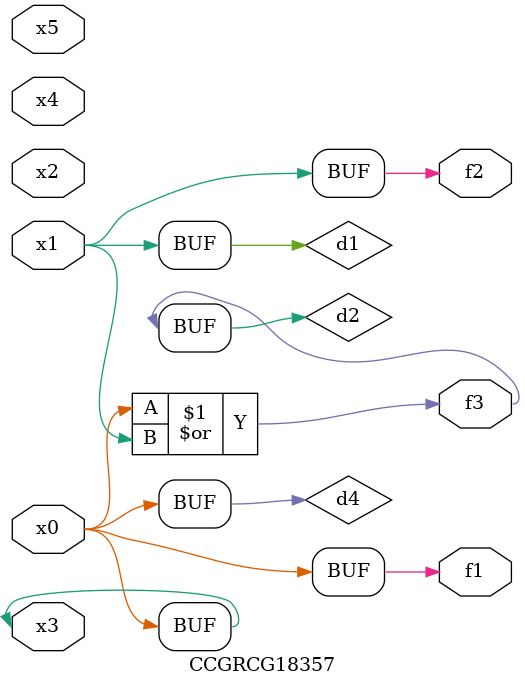
<source format=v>
module CCGRCG18357(
	input x0, x1, x2, x3, x4, x5,
	output f1, f2, f3
);

	wire d1, d2, d3, d4;

	and (d1, x1);
	or (d2, x0, x1);
	nand (d3, x0, x5);
	buf (d4, x0, x3);
	assign f1 = d4;
	assign f2 = d1;
	assign f3 = d2;
endmodule

</source>
